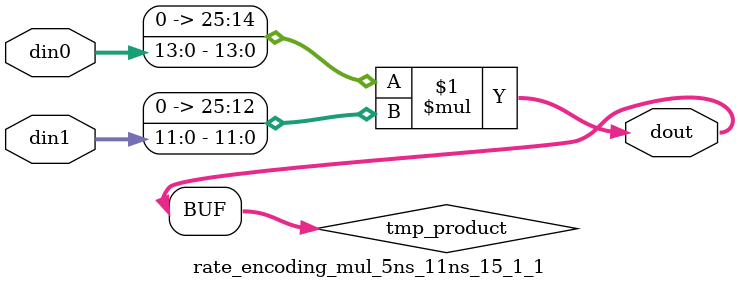
<source format=v>

`timescale 1 ns / 1 ps

 module rate_encoding_mul_5ns_11ns_15_1_1(din0, din1, dout);
parameter ID = 1;
parameter NUM_STAGE = 0;
parameter din0_WIDTH = 14;
parameter din1_WIDTH = 12;
parameter dout_WIDTH = 26;

input [din0_WIDTH - 1 : 0] din0; 
input [din1_WIDTH - 1 : 0] din1; 
output [dout_WIDTH - 1 : 0] dout;

wire signed [dout_WIDTH - 1 : 0] tmp_product;
























assign tmp_product = $signed({1'b0, din0}) * $signed({1'b0, din1});











assign dout = tmp_product;





















endmodule

</source>
